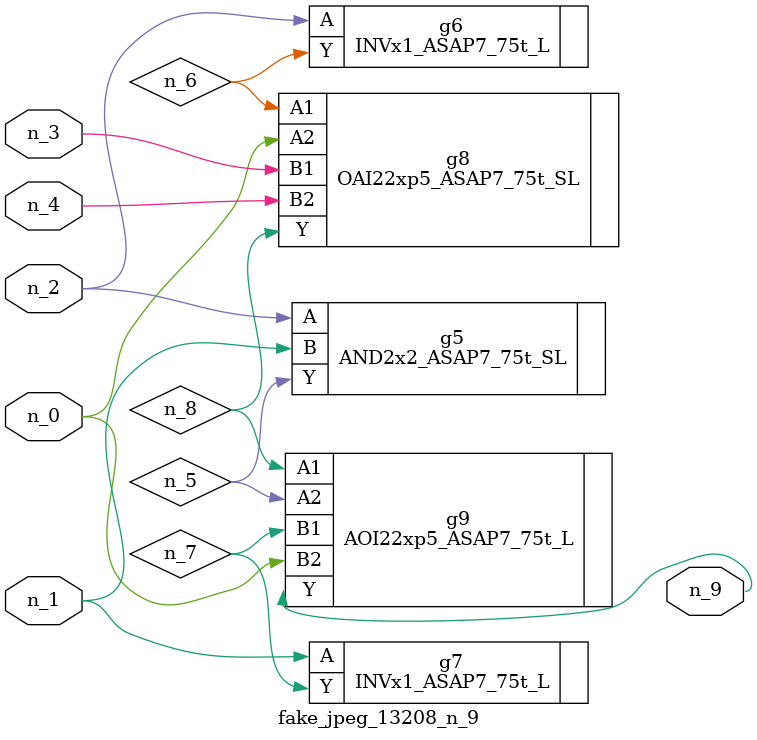
<source format=v>
module fake_jpeg_13208_n_9 (n_3, n_2, n_1, n_0, n_4, n_9);

input n_3;
input n_2;
input n_1;
input n_0;
input n_4;

output n_9;

wire n_8;
wire n_6;
wire n_5;
wire n_7;

AND2x2_ASAP7_75t_SL g5 ( 
.A(n_2),
.B(n_1),
.Y(n_5)
);

INVx1_ASAP7_75t_L g6 ( 
.A(n_2),
.Y(n_6)
);

INVx1_ASAP7_75t_L g7 ( 
.A(n_1),
.Y(n_7)
);

OAI22xp5_ASAP7_75t_SL g8 ( 
.A1(n_6),
.A2(n_0),
.B1(n_3),
.B2(n_4),
.Y(n_8)
);

AOI22xp5_ASAP7_75t_L g9 ( 
.A1(n_8),
.A2(n_5),
.B1(n_7),
.B2(n_0),
.Y(n_9)
);


endmodule
</source>
